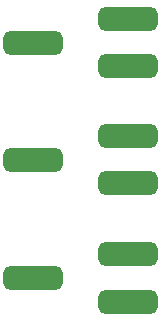
<source format=gbr>
%TF.GenerationSoftware,KiCad,Pcbnew,8.0.0*%
%TF.CreationDate,2024-05-26T00:16:25+03:00*%
%TF.ProjectId,pulsejen,70756c73-656a-4656-9e2e-6b696361645f,rev?*%
%TF.SameCoordinates,Original*%
%TF.FileFunction,Paste,Bot*%
%TF.FilePolarity,Positive*%
%FSLAX46Y46*%
G04 Gerber Fmt 4.6, Leading zero omitted, Abs format (unit mm)*
G04 Created by KiCad (PCBNEW 8.0.0) date 2024-05-26 00:16:25*
%MOMM*%
%LPD*%
G01*
G04 APERTURE LIST*
G04 Aperture macros list*
%AMRoundRect*
0 Rectangle with rounded corners*
0 $1 Rounding radius*
0 $2 $3 $4 $5 $6 $7 $8 $9 X,Y pos of 4 corners*
0 Add a 4 corners polygon primitive as box body*
4,1,4,$2,$3,$4,$5,$6,$7,$8,$9,$2,$3,0*
0 Add four circle primitives for the rounded corners*
1,1,$1+$1,$2,$3*
1,1,$1+$1,$4,$5*
1,1,$1+$1,$6,$7*
1,1,$1+$1,$8,$9*
0 Add four rect primitives between the rounded corners*
20,1,$1+$1,$2,$3,$4,$5,0*
20,1,$1+$1,$4,$5,$6,$7,0*
20,1,$1+$1,$6,$7,$8,$9,0*
20,1,$1+$1,$8,$9,$2,$3,0*%
G04 Aperture macros list end*
%ADD10RoundRect,0.500000X-2.000000X-0.500000X2.000000X-0.500000X2.000000X0.500000X-2.000000X0.500000X0*%
G04 APERTURE END LIST*
D10*
%TO.C,RV1*%
X144000000Y-103000000D03*
X136000000Y-105000000D03*
X144000000Y-107000000D03*
%TD*%
%TO.C,RV2*%
X144000000Y-93000000D03*
X136000000Y-95000000D03*
X144000000Y-97000000D03*
%TD*%
%TO.C,RV3*%
X144000000Y-87100000D03*
X136000000Y-85100000D03*
X144000000Y-83100000D03*
%TD*%
M02*

</source>
